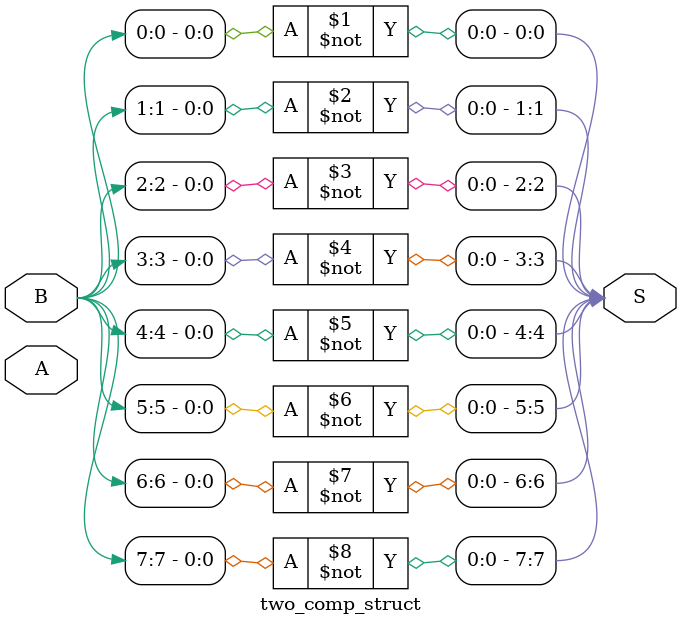
<source format=v>
module two_comp_struct(A,B,S);
input [7:0] A,B;
output [7:0] S;

not n1(S[0],B[0]);
not n2(S[1],B[1]);
not n3(S[2],B[2]);
not n4(S[3],B[3]);
not n5(S[4],B[4]);
not n6(S[5],B[5]);
not n7(S[6],B[6]);
not n8(S[7],B[7]);

endmodule

</source>
